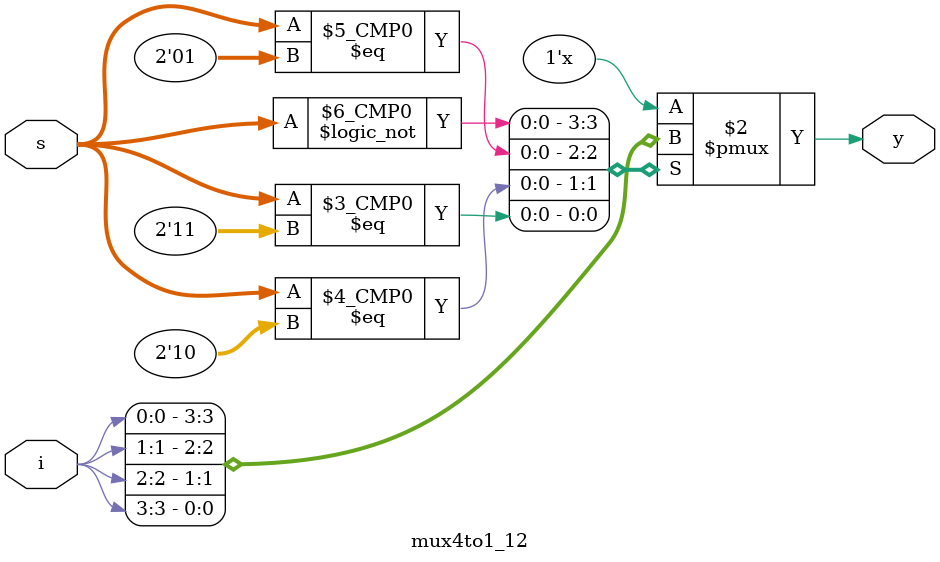
<source format=v>
`timescale 1ns / 1ps
module mux4to1_12(
input [3:0]i,
input [1:0]s,
output reg y
    );
	 
	 always @(s,i)
begin
case (s)
2'b00:y=i[0];
2'b01:y=i[1];
2'b10:y=i[2];
2'b11:y=i[3];
default :y=2'b0;
endcase
end
endmodule

</source>
